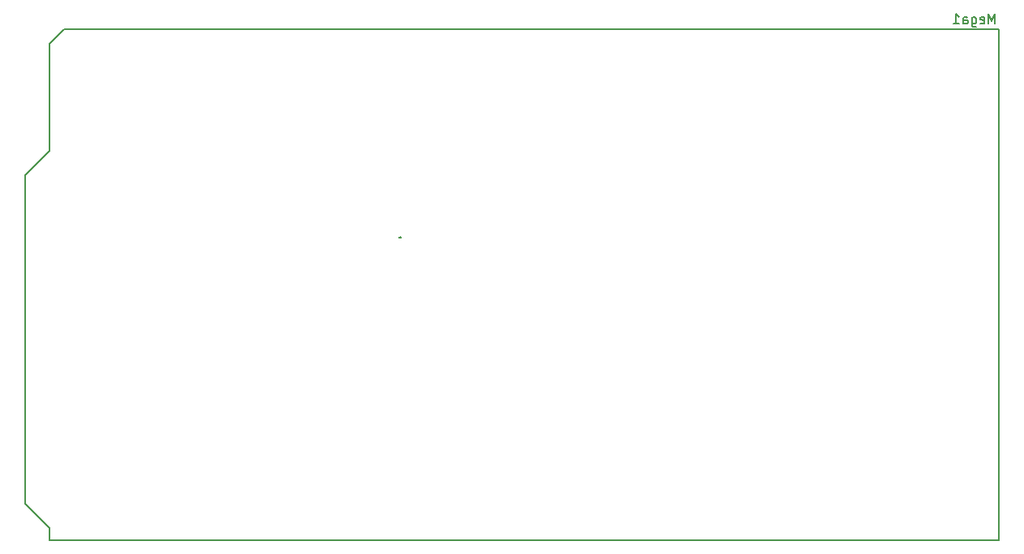
<source format=gbr>
G04 #@! TF.FileFunction,Legend,Bot*
%FSLAX46Y46*%
G04 Gerber Fmt 4.6, Leading zero omitted, Abs format (unit mm)*
G04 Created by KiCad (PCBNEW 4.0.6) date 02/18/20 12:40:55*
%MOMM*%
%LPD*%
G01*
G04 APERTURE LIST*
%ADD10C,0.100000*%
%ADD11C,0.150000*%
G04 APERTURE END LIST*
D10*
D11*
X227559000Y-191516000D02*
X227559000Y-244856000D01*
X128499000Y-204216000D02*
X128499000Y-193040000D01*
X125959000Y-206756000D02*
X128499000Y-204216000D01*
X125959000Y-241046000D02*
X125959000Y-206756000D01*
X128499000Y-243586000D02*
X125959000Y-241046000D01*
X128499000Y-244856000D02*
X128499000Y-243586000D01*
X130023000Y-191516000D02*
X128499000Y-193040000D01*
X227559000Y-244856000D02*
X128499000Y-244856000D01*
X227559000Y-191516000D02*
X130023000Y-191516000D01*
X227161857Y-190952381D02*
X227161857Y-189952381D01*
X226828523Y-190666667D01*
X226495190Y-189952381D01*
X226495190Y-190952381D01*
X225638047Y-190904762D02*
X225733285Y-190952381D01*
X225923762Y-190952381D01*
X226019000Y-190904762D01*
X226066619Y-190809524D01*
X226066619Y-190428571D01*
X226019000Y-190333333D01*
X225923762Y-190285714D01*
X225733285Y-190285714D01*
X225638047Y-190333333D01*
X225590428Y-190428571D01*
X225590428Y-190523810D01*
X226066619Y-190619048D01*
X224733285Y-190285714D02*
X224733285Y-191095238D01*
X224780904Y-191190476D01*
X224828523Y-191238095D01*
X224923762Y-191285714D01*
X225066619Y-191285714D01*
X225161857Y-191238095D01*
X224733285Y-190904762D02*
X224828523Y-190952381D01*
X225019000Y-190952381D01*
X225114238Y-190904762D01*
X225161857Y-190857143D01*
X225209476Y-190761905D01*
X225209476Y-190476190D01*
X225161857Y-190380952D01*
X225114238Y-190333333D01*
X225019000Y-190285714D01*
X224828523Y-190285714D01*
X224733285Y-190333333D01*
X223828523Y-190952381D02*
X223828523Y-190428571D01*
X223876142Y-190333333D01*
X223971380Y-190285714D01*
X224161857Y-190285714D01*
X224257095Y-190333333D01*
X223828523Y-190904762D02*
X223923761Y-190952381D01*
X224161857Y-190952381D01*
X224257095Y-190904762D01*
X224304714Y-190809524D01*
X224304714Y-190714286D01*
X224257095Y-190619048D01*
X224161857Y-190571429D01*
X223923761Y-190571429D01*
X223828523Y-190523810D01*
X222828523Y-190952381D02*
X223399952Y-190952381D01*
X223114238Y-190952381D02*
X223114238Y-189952381D01*
X223209476Y-190095238D01*
X223304714Y-190190476D01*
X223399952Y-190238095D01*
X165075000Y-213209143D02*
X165027381Y-213256762D01*
X165075000Y-213304381D01*
X165122619Y-213256762D01*
X165075000Y-213209143D01*
X165075000Y-213304381D01*
M02*

</source>
